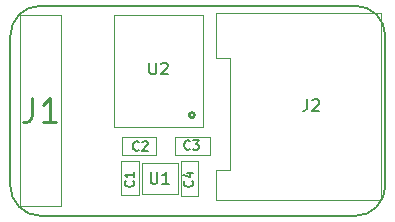
<source format=gbr>
%TF.GenerationSoftware,KiCad,Pcbnew,4.0.4+e1-6308~48~ubuntu16.04.1-stable*%
%TF.CreationDate,2017-01-03T17:52:22-08:00*%
%TF.ProjectId,sd-micro-hinged-5009010801-breakout,73642D6D6963726F2D68696E6765642D,v1.0*%
%TF.FileFunction,Other,Fab,Top*%
%FSLAX46Y46*%
G04 Gerber Fmt 4.6, Leading zero omitted, Abs format (unit mm)*
G04 Created by KiCad (PCBNEW 4.0.4+e1-6308~48~ubuntu16.04.1-stable) date Tue Jan  3 17:52:22 2017*
%MOMM*%
%LPD*%
G01*
G04 APERTURE LIST*
%ADD10C,0.350000*%
%ADD11C,0.152400*%
%ADD12C,0.050000*%
%ADD13C,0.040640*%
%ADD14C,0.254000*%
%ADD15C,0.050800*%
%ADD16C,0.150000*%
%ADD17C,0.203200*%
G04 APERTURE END LIST*
D10*
D11*
X109474000Y-109220000D02*
X136144000Y-109220000D01*
X106934000Y-93980000D02*
X106934000Y-106680000D01*
X136144000Y-91440000D02*
X109474000Y-91440000D01*
X138684000Y-93980000D02*
X138684000Y-106680000D01*
X136144000Y-109220000D02*
G75*
G03X138684000Y-106680000I0J2540000D01*
G01*
X138684000Y-93980000D02*
G75*
G03X136144000Y-91440000I-2540000J0D01*
G01*
X106934000Y-106680000D02*
G75*
G03X109474000Y-109220000I2540000J0D01*
G01*
X109474000Y-91440000D02*
G75*
G03X106934000Y-93980000I0J-2540000D01*
G01*
D12*
X117844000Y-104595000D02*
X117844000Y-107495000D01*
X117844000Y-104595000D02*
X116344000Y-104595000D01*
X117844000Y-107495000D02*
X116344000Y-107495000D01*
X116344000Y-104595000D02*
X116344000Y-107495000D01*
X116394000Y-102564500D02*
X119294000Y-102564500D01*
X116394000Y-102564500D02*
X116394000Y-104064500D01*
X119294000Y-102564500D02*
X119294000Y-104064500D01*
X116394000Y-104064500D02*
X119294000Y-104064500D01*
X123814500Y-104064500D02*
X120914500Y-104064500D01*
X123814500Y-104064500D02*
X123814500Y-102564500D01*
X120914500Y-104064500D02*
X120914500Y-102564500D01*
X123814500Y-102564500D02*
X120914500Y-102564500D01*
X122860500Y-104607000D02*
X122860500Y-107507000D01*
X122860500Y-104607000D02*
X121360500Y-104607000D01*
X122860500Y-107507000D02*
X121360500Y-107507000D01*
X121360500Y-104607000D02*
X121360500Y-107507000D01*
X111224000Y-108430000D02*
X111224000Y-92230000D01*
X111234000Y-108420000D02*
X107734000Y-108420000D01*
X107744000Y-108440000D02*
X107744000Y-92240000D01*
X111244000Y-92250000D02*
X107744000Y-92250000D01*
D13*
X138317000Y-92090500D02*
X124317000Y-92090500D01*
X138317000Y-107840500D02*
X138317000Y-92090500D01*
X124317000Y-107840500D02*
X138317000Y-107840500D01*
X124317000Y-105340500D02*
X124317000Y-107840500D01*
X125567000Y-105340500D02*
X124317000Y-105340500D01*
X125567000Y-95840500D02*
X125567000Y-105340500D01*
X124317000Y-95840500D02*
X125567000Y-95840500D01*
X124317000Y-92090500D02*
X124317000Y-95840500D01*
D14*
X122523713Y-100701000D02*
G75*
G03X122523713Y-100701000I-223607J0D01*
G01*
D15*
X123276500Y-101701000D02*
X123276500Y-101601000D01*
X115676500Y-101701000D02*
X123276500Y-101701000D01*
X115676500Y-92201000D02*
X115676500Y-101701000D01*
X123276500Y-92201000D02*
X115676500Y-92201000D01*
X123276500Y-101601000D02*
X123276500Y-92201000D01*
D13*
X121097000Y-107393500D02*
X121097000Y-104726500D01*
X118049000Y-107393500D02*
X121097000Y-107393500D01*
X118049000Y-104726500D02*
X118049000Y-107393500D01*
X121097000Y-104726500D02*
X118049000Y-104726500D01*
D16*
X117339714Y-106268333D02*
X117377810Y-106306428D01*
X117415905Y-106420714D01*
X117415905Y-106496904D01*
X117377810Y-106611190D01*
X117301619Y-106687381D01*
X117225429Y-106725476D01*
X117073048Y-106763571D01*
X116958762Y-106763571D01*
X116806381Y-106725476D01*
X116730190Y-106687381D01*
X116654000Y-106611190D01*
X116615905Y-106496904D01*
X116615905Y-106420714D01*
X116654000Y-106306428D01*
X116692095Y-106268333D01*
X117415905Y-105506428D02*
X117415905Y-105963571D01*
X117415905Y-105735000D02*
X116615905Y-105735000D01*
X116730190Y-105811190D01*
X116806381Y-105887381D01*
X116844476Y-105963571D01*
X117800667Y-103640214D02*
X117762572Y-103678310D01*
X117648286Y-103716405D01*
X117572096Y-103716405D01*
X117457810Y-103678310D01*
X117381619Y-103602119D01*
X117343524Y-103525929D01*
X117305429Y-103373548D01*
X117305429Y-103259262D01*
X117343524Y-103106881D01*
X117381619Y-103030690D01*
X117457810Y-102954500D01*
X117572096Y-102916405D01*
X117648286Y-102916405D01*
X117762572Y-102954500D01*
X117800667Y-102992595D01*
X118105429Y-102992595D02*
X118143524Y-102954500D01*
X118219715Y-102916405D01*
X118410191Y-102916405D01*
X118486381Y-102954500D01*
X118524477Y-102992595D01*
X118562572Y-103068786D01*
X118562572Y-103144976D01*
X118524477Y-103259262D01*
X118067334Y-103716405D01*
X118562572Y-103716405D01*
X122141167Y-103560214D02*
X122103072Y-103598310D01*
X121988786Y-103636405D01*
X121912596Y-103636405D01*
X121798310Y-103598310D01*
X121722119Y-103522119D01*
X121684024Y-103445929D01*
X121645929Y-103293548D01*
X121645929Y-103179262D01*
X121684024Y-103026881D01*
X121722119Y-102950690D01*
X121798310Y-102874500D01*
X121912596Y-102836405D01*
X121988786Y-102836405D01*
X122103072Y-102874500D01*
X122141167Y-102912595D01*
X122407834Y-102836405D02*
X122903072Y-102836405D01*
X122636405Y-103141167D01*
X122750691Y-103141167D01*
X122826881Y-103179262D01*
X122864977Y-103217357D01*
X122903072Y-103293548D01*
X122903072Y-103484024D01*
X122864977Y-103560214D01*
X122826881Y-103598310D01*
X122750691Y-103636405D01*
X122522119Y-103636405D01*
X122445929Y-103598310D01*
X122407834Y-103560214D01*
X122356214Y-106280333D02*
X122394310Y-106318428D01*
X122432405Y-106432714D01*
X122432405Y-106508904D01*
X122394310Y-106623190D01*
X122318119Y-106699381D01*
X122241929Y-106737476D01*
X122089548Y-106775571D01*
X121975262Y-106775571D01*
X121822881Y-106737476D01*
X121746690Y-106699381D01*
X121670500Y-106623190D01*
X121632405Y-106508904D01*
X121632405Y-106432714D01*
X121670500Y-106318428D01*
X121708595Y-106280333D01*
X121899071Y-105594619D02*
X122432405Y-105594619D01*
X121594310Y-105785095D02*
X122165738Y-105975571D01*
X122165738Y-105480333D01*
D14*
X108806667Y-99217238D02*
X108806667Y-100668667D01*
X108709905Y-100958952D01*
X108516381Y-101152476D01*
X108226096Y-101249238D01*
X108032572Y-101249238D01*
X110838666Y-101249238D02*
X109677524Y-101249238D01*
X110258095Y-101249238D02*
X110258095Y-99217238D01*
X110064571Y-99507524D01*
X109871047Y-99701048D01*
X109677524Y-99797810D01*
D17*
X132058833Y-99329119D02*
X132058833Y-100054833D01*
X132010453Y-100199976D01*
X131913691Y-100296738D01*
X131768548Y-100345119D01*
X131671786Y-100345119D01*
X132494262Y-99425881D02*
X132542643Y-99377500D01*
X132639405Y-99329119D01*
X132881309Y-99329119D01*
X132978071Y-99377500D01*
X133026452Y-99425881D01*
X133074833Y-99522643D01*
X133074833Y-99619405D01*
X133026452Y-99764548D01*
X132445881Y-100345119D01*
X133074833Y-100345119D01*
D16*
X118714595Y-96253381D02*
X118714595Y-97062905D01*
X118762214Y-97158143D01*
X118809833Y-97205762D01*
X118905071Y-97253381D01*
X119095548Y-97253381D01*
X119190786Y-97205762D01*
X119238405Y-97158143D01*
X119286024Y-97062905D01*
X119286024Y-96253381D01*
X119714595Y-96348619D02*
X119762214Y-96301000D01*
X119857452Y-96253381D01*
X120095548Y-96253381D01*
X120190786Y-96301000D01*
X120238405Y-96348619D01*
X120286024Y-96443857D01*
X120286024Y-96539095D01*
X120238405Y-96681952D01*
X119666976Y-97253381D01*
X120286024Y-97253381D01*
X118811095Y-105512381D02*
X118811095Y-106321905D01*
X118858714Y-106417143D01*
X118906333Y-106464762D01*
X119001571Y-106512381D01*
X119192048Y-106512381D01*
X119287286Y-106464762D01*
X119334905Y-106417143D01*
X119382524Y-106321905D01*
X119382524Y-105512381D01*
X120382524Y-106512381D02*
X119811095Y-106512381D01*
X120096809Y-106512381D02*
X120096809Y-105512381D01*
X120001571Y-105655238D01*
X119906333Y-105750476D01*
X119811095Y-105798095D01*
M02*

</source>
